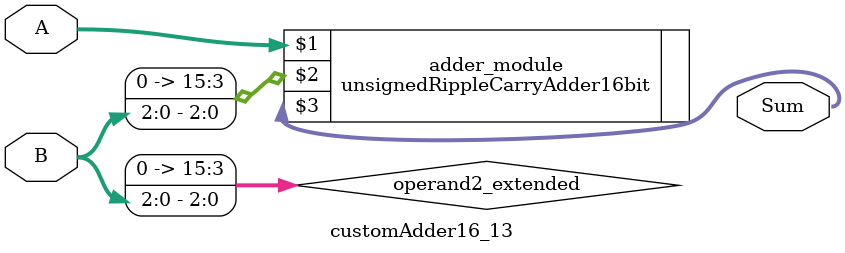
<source format=v>

module customAdder16_13(
                    input [15 : 0] A,
                    input [2 : 0] B,
                    
                    output [16 : 0] Sum
            );

    wire [15 : 0] operand2_extended;
    
    assign operand2_extended =  {13'b0, B};
    
    unsignedRippleCarryAdder16bit adder_module(
        A,
        operand2_extended,
        Sum
    );
    
endmodule
        
</source>
